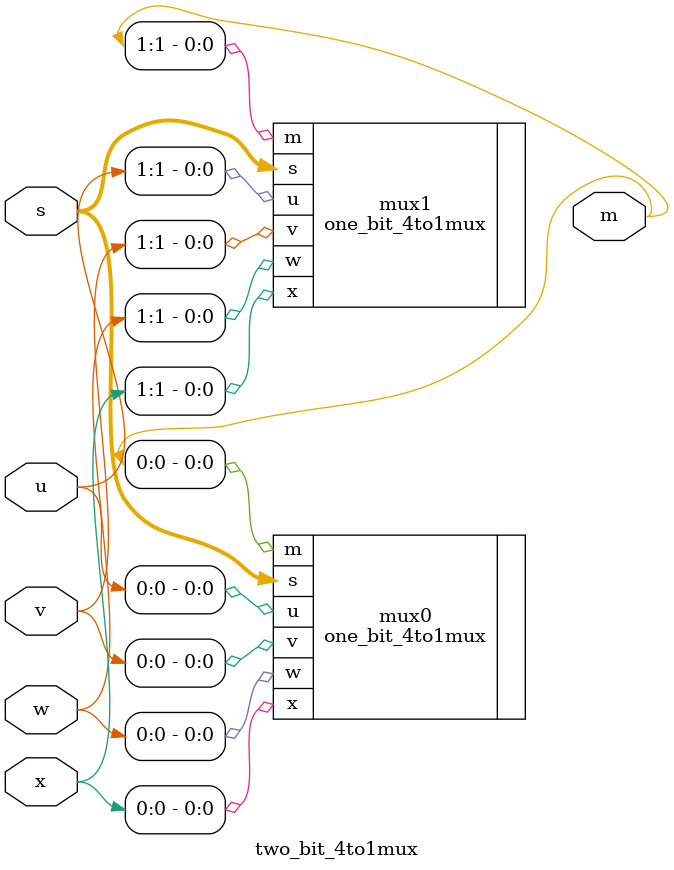
<source format=v>
module two_bit_4to1mux (s,u,v,w,x,m);
 
	input[1:0] s;
	input[1:0] u, v, w, x;
	output[1:0] m;
	
	one_bit_4to1mux mux0(.s(s), .u(u[0]), .v(v[0]), .w(w[0]), .x(x[0]), .m(m[0])); 
	one_bit_4to1mux mux1(.s(s), .u(u[1]), .v(v[1]), .w(w[1]), .x(x[1]), .m(m[1])); 
	
endmodule

</source>
